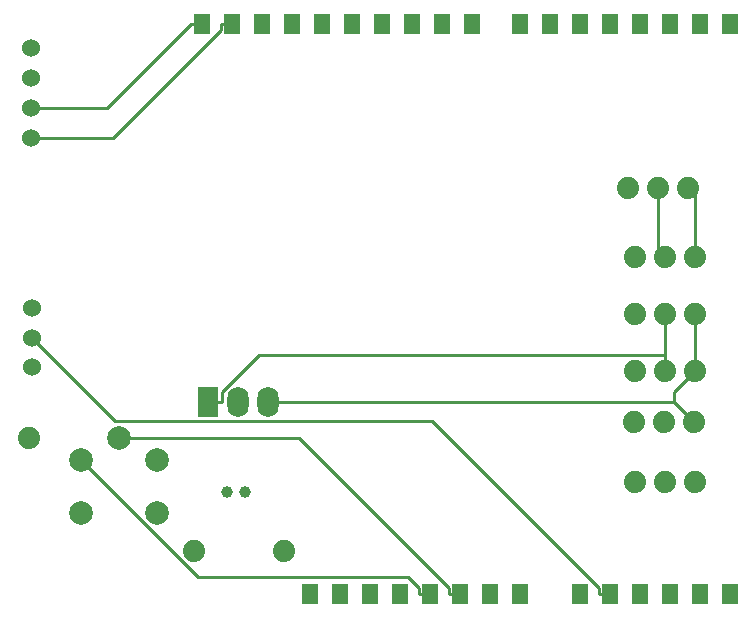
<source format=gtl>
G04 Layer: TopLayer*
G04 EasyEDA v6.5.22, 2023-01-09 20:04:38*
G04 76fc7cb04a654140b8b759559db01802,79e341a08f52490f8cd84a0f7bb9d38b,10*
G04 Gerber Generator version 0.2*
G04 Scale: 100 percent, Rotated: No, Reflected: No *
G04 Dimensions in millimeters *
G04 leading zeros omitted , absolute positions ,4 integer and 5 decimal *
%FSLAX45Y45*%
%MOMM*%

%ADD10C,0.2540*%
%ADD11C,1.8796*%
%ADD12R,1.4224X1.7069*%
%ADD13C,1.5240*%
%ADD14O,1.7999964X2.5999948*%
%ADD15R,1.8000X2.6000*%
%ADD16C,2.0000*%
%ADD17C,1.0000*%

%LPD*%
D10*
X6553202Y3361537D02*
G01*
X6553202Y3225800D01*
X6553202Y3708400D02*
G01*
X6553202Y3361537D01*
X6553202Y3361537D02*
G01*
X3111096Y3361537D01*
X2797609Y3048050D01*
X2797609Y2959607D01*
X2679702Y2959607D02*
G01*
X2797609Y2959607D01*
X6489702Y4775200D02*
G01*
X6489702Y4254500D01*
X6553202Y4191000D01*
X4813300Y1333500D02*
G01*
X4726967Y1333500D01*
X4559300Y1333500D02*
G01*
X4472967Y1333500D01*
X6083300Y1333500D02*
G01*
X5996967Y1333500D01*
X1193802Y3505174D02*
G01*
X1898449Y2800527D01*
X4579444Y2800527D01*
X5996967Y1383004D01*
X5996967Y1333500D01*
X2628900Y6159474D02*
G01*
X2542567Y6159474D01*
X2542567Y6159474D01*
X1181102Y5448300D02*
G01*
X1831393Y5448300D01*
X2542567Y6159474D01*
X2882900Y6159474D02*
G01*
X2796567Y6159474D01*
X2796567Y6159474D01*
X1181102Y5194300D02*
G01*
X1880897Y5194300D01*
X2796567Y6109970D01*
X2796567Y6159474D01*
X6629910Y2958592D02*
G01*
X6794502Y2794000D01*
X3187727Y2958592D02*
G01*
X6629910Y2958592D01*
X6807202Y3225800D02*
G01*
X6629910Y3048507D01*
X6629910Y2958592D01*
X6807202Y3708400D02*
G01*
X6807202Y3225800D01*
X6743702Y4775200D02*
G01*
X6807202Y4711700D01*
X6807202Y4191000D01*
X1930400Y2654300D02*
G01*
X3455670Y2654300D01*
X4726967Y1383004D01*
X4726967Y1333500D01*
X1605409Y2469286D02*
G01*
X2598676Y1476019D01*
X4379953Y1476019D01*
X4472967Y1383004D01*
X4472967Y1333500D01*
D11*
G01*
X2565400Y1701800D03*
G01*
X3327400Y1701800D03*
G01*
X6299200Y2286000D03*
G01*
X6553200Y2286000D03*
G01*
X6807200Y2286000D03*
G01*
X6286500Y2794000D03*
G01*
X6540500Y2794000D03*
G01*
X6794500Y2794000D03*
G01*
X6299200Y3225800D03*
G01*
X6553200Y3225800D03*
G01*
X6807200Y3225800D03*
G01*
X6299200Y3708400D03*
G01*
X6553200Y3708400D03*
G01*
X6807200Y3708400D03*
G01*
X6299200Y4191000D03*
G01*
X6553200Y4191000D03*
G01*
X6807200Y4191000D03*
G01*
X6235700Y4775200D03*
G01*
X6489700Y4775200D03*
G01*
X6743700Y4775200D03*
D12*
G01*
X4914900Y6159500D03*
G01*
X4660900Y6159474D03*
G01*
X4406900Y6159474D03*
G01*
X4152900Y6159474D03*
G01*
X3898900Y6159474D03*
G01*
X3644900Y6159474D03*
G01*
X3390900Y6159474D03*
G01*
X3136900Y6159474D03*
G01*
X2882900Y6159474D03*
G01*
X2628900Y6159474D03*
G01*
X7099300Y6159474D03*
G01*
X6845300Y6159474D03*
G01*
X6591300Y6159474D03*
G01*
X6337300Y6159500D03*
G01*
X6083300Y6159500D03*
G01*
X5829300Y6159500D03*
G01*
X5575300Y6159500D03*
G01*
X5321300Y6159500D03*
G01*
X5829300Y1333500D03*
G01*
X6083300Y1333500D03*
G01*
X6337300Y1333500D03*
G01*
X6591300Y1333500D03*
G01*
X6845300Y1333500D03*
G01*
X7099300Y1333500D03*
G01*
X3543300Y1333500D03*
G01*
X3797300Y1333500D03*
G01*
X4051300Y1333500D03*
G01*
X4305300Y1333500D03*
G01*
X4559300Y1333500D03*
G01*
X4813300Y1333500D03*
G01*
X5067300Y1333500D03*
G01*
X5321300Y1333500D03*
D13*
G01*
X1193800Y3505174D03*
G01*
X1193800Y3755186D03*
G01*
X1193800Y3255187D03*
D14*
G01*
X2933700Y2959582D03*
G01*
X3187725Y2958592D03*
D15*
G01*
X2679700Y2959607D03*
D16*
G01*
X2255393Y2469286D03*
G01*
X2255393Y2019300D03*
G01*
X1605406Y2019300D03*
G01*
X1605406Y2469286D03*
G01*
X1930400Y2654300D03*
D13*
G01*
X1181100Y5956300D03*
G01*
X1181100Y5702300D03*
G01*
X1181100Y5448300D03*
G01*
X1181100Y5194300D03*
D17*
G01*
X2996056Y2197100D03*
G01*
X2845943Y2197100D03*
D11*
G01*
X1168400Y2654300D03*
G01*
X1930400Y2654300D03*
M02*

</source>
